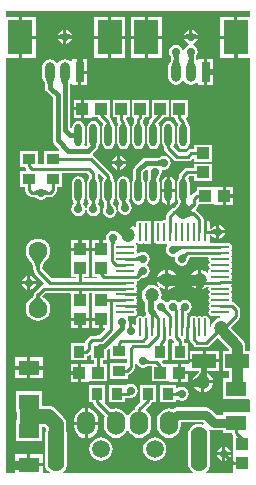
<source format=gtl>
%FSLAX44Y44*%
%MOMM*%
G71*
G01*
G75*
G04 Layer_Physical_Order=1*
G04 Layer_Color=255*
%ADD10C,0.2540*%
%ADD11C,0.3810*%
%ADD12C,0.5080*%
%ADD13R,0.9000X1.0000*%
%ADD14R,2.1000X3.0000*%
%ADD15R,0.8000X1.7000*%
%ADD16O,0.8000X1.7000*%
%ADD17R,1.0000X0.9000*%
%ADD18R,1.0000X1.0000*%
%ADD19O,0.6000X1.9000*%
%ADD20R,1.0000X1.0000*%
%ADD21R,1.8000X1.3000*%
%ADD22O,1.5500X0.2500*%
%ADD23O,0.2500X1.5500*%
%ADD24R,2.0000X1.2000*%
%ADD25C,0.7620*%
%ADD26C,1.2700*%
%ADD27C,0.8890*%
%ADD28C,1.6000*%
%ADD29O,1.4000X3.8000*%
%ADD30O,1.5240X2.0320*%
%ADD31C,1.5000*%
%ADD32C,0.7000*%
%ADD33C,1.2000*%
G36*
X22860Y39900D02*
X22860Y39900D01*
X22120Y40640D01*
X15240D01*
Y66040D01*
X22860D01*
Y39900D01*
D02*
G37*
G36*
X122604Y100494D02*
X122785Y100263D01*
X122986Y100060D01*
X123207Y99883D01*
X123449Y99734D01*
X123711Y99611D01*
X123994Y99516D01*
X124297Y99448D01*
X124620Y99408D01*
X124964Y99394D01*
X124197Y96854D01*
X123871Y96846D01*
X123232Y96780D01*
X122919Y96722D01*
X122610Y96648D01*
X122306Y96558D01*
X122006Y96451D01*
X121711Y96327D01*
X121133Y96031D01*
X122444Y100752D01*
X122604Y100494D01*
D02*
G37*
G36*
X209734Y390430D02*
X199165D01*
Y372890D01*
Y355350D01*
X209734D01*
Y107346D01*
X206209D01*
Y111760D01*
X205978Y113517D01*
X205299Y115154D01*
X204221Y116561D01*
X193777Y127004D01*
X193697Y127610D01*
X200684Y134596D01*
X200684Y134596D01*
X201155Y135301D01*
X201470Y135772D01*
X201746Y137160D01*
Y142240D01*
X201470Y143628D01*
X201155Y144099D01*
X200684Y144804D01*
X200684Y144804D01*
X197784Y147704D01*
X196607Y148490D01*
X195220Y148766D01*
X195104Y149985D01*
X195135Y150140D01*
X194861Y151520D01*
X194112Y152640D01*
X194861Y153760D01*
X195135Y155140D01*
X194861Y156520D01*
X194112Y157640D01*
X194861Y158760D01*
X195135Y160140D01*
X194861Y161520D01*
X194265Y162411D01*
X195100Y163661D01*
X195142Y163870D01*
X185030D01*
Y166410D01*
X195142D01*
X195100Y166619D01*
X194265Y167869D01*
X194861Y168760D01*
X195135Y170140D01*
X194861Y171520D01*
X194112Y172640D01*
X194861Y173760D01*
X195135Y175140D01*
X194861Y176520D01*
X194112Y177640D01*
X194861Y178760D01*
X195135Y180140D01*
X194861Y181520D01*
X194112Y182640D01*
X194861Y183760D01*
X195135Y185140D01*
X194861Y186520D01*
X194112Y187640D01*
X194861Y188760D01*
X195135Y190140D01*
X194861Y191520D01*
X194112Y192640D01*
X194861Y193760D01*
X195135Y195140D01*
X194861Y196520D01*
X194079Y197689D01*
X192910Y198471D01*
X191530Y198745D01*
X185133D01*
X185030Y198766D01*
X176432D01*
X175938Y199690D01*
X175875Y200036D01*
X176144Y201390D01*
Y205203D01*
X177414Y205588D01*
X178525Y203925D01*
X180523Y202591D01*
X181610Y202374D01*
Y208280D01*
Y214186D01*
X180523Y213969D01*
X178525Y212635D01*
X177414Y210972D01*
X176144Y211357D01*
Y214390D01*
X175850Y215869D01*
X175012Y217122D01*
X173759Y217960D01*
X173550Y218002D01*
Y207890D01*
X171010D01*
Y218735D01*
X170906Y218800D01*
X170630Y220187D01*
X169844Y221364D01*
X169844Y221364D01*
X165124Y226084D01*
X164706Y226363D01*
X164566Y227466D01*
X165124Y228526D01*
X164569Y227550D01*
X165141Y228558D01*
X165124Y228526D01*
X165154Y228579D01*
X165278Y228773D01*
X165859Y229676D01*
X165910Y229753D01*
X166186Y231140D01*
X166520Y231474D01*
X179530D01*
X179626Y231474D01*
X180800Y231242D01*
Y231220D01*
X187070D01*
Y238760D01*
Y246300D01*
X180800D01*
Y246278D01*
X180800D01*
X179626Y246046D01*
X179530Y246046D01*
X165054D01*
Y242376D01*
X163713Y242110D01*
X163241Y241795D01*
X162536Y241324D01*
X162536Y241324D01*
X160329Y239117D01*
X159059Y239588D01*
Y249700D01*
X158649Y251763D01*
X157481Y253511D01*
X158131Y254604D01*
X158602Y255074D01*
X162894D01*
Y251414D01*
X177466D01*
Y265986D01*
X162894D01*
Y262326D01*
X157100D01*
X157100Y262326D01*
X155712Y262050D01*
X154536Y261264D01*
X151106Y257834D01*
X150320Y256658D01*
X150044Y255270D01*
X150044Y255270D01*
Y253635D01*
X149859Y253511D01*
X148691Y251763D01*
X148280Y249700D01*
Y236700D01*
X148691Y234638D01*
X149278Y233758D01*
X149029Y232504D01*
X148477Y231677D01*
X147753Y230707D01*
X147663Y230573D01*
X147153Y229908D01*
X146432Y228969D01*
X145446Y228296D01*
X144663Y228140D01*
X143486Y227354D01*
X143486Y227354D01*
X139716Y223584D01*
X138930Y222407D01*
X138654Y221020D01*
X138654Y221020D01*
Y218723D01*
X137673Y217917D01*
X137280Y217995D01*
X135900Y217721D01*
X134780Y216972D01*
X133660Y217721D01*
X132280Y217995D01*
X130900Y217721D01*
X130009Y217125D01*
X128759Y217960D01*
X128550Y218002D01*
Y207890D01*
Y197778D01*
X128759Y197820D01*
X130009Y198655D01*
X130900Y198059D01*
X132280Y197785D01*
X133660Y198059D01*
X134780Y198808D01*
X135900Y198059D01*
X137280Y197785D01*
X138660Y198059D01*
X139043Y198315D01*
X139677Y198056D01*
X139921Y197704D01*
X140174Y196561D01*
X139330Y195298D01*
X138881Y193040D01*
X139330Y190782D01*
X140609Y188869D01*
X142522Y187590D01*
X144780Y187141D01*
X145807Y187345D01*
X146705Y186447D01*
X146501Y185420D01*
X146950Y183162D01*
X148229Y181248D01*
X150142Y179970D01*
X152400Y179521D01*
X154658Y179970D01*
X156572Y181248D01*
X157850Y183162D01*
X158299Y185420D01*
X159003Y186514D01*
X174197D01*
X175003Y185533D01*
X174925Y185140D01*
X175199Y183760D01*
X175948Y182640D01*
X175199Y181520D01*
X174925Y180140D01*
X175199Y178760D01*
X175948Y177640D01*
X175199Y176520D01*
X174925Y175140D01*
X175169Y173911D01*
X175148Y173875D01*
X173838Y173560D01*
X173628Y173834D01*
X171844Y175203D01*
X169766Y176063D01*
X168807Y176189D01*
Y167743D01*
Y159297D01*
X169766Y159423D01*
X171844Y160283D01*
X173466Y161528D01*
X173960Y161584D01*
X175010Y161368D01*
X175127Y161158D01*
X174925Y160140D01*
X175199Y158760D01*
X175948Y157640D01*
X175199Y156520D01*
X174925Y155140D01*
X175199Y153760D01*
X175948Y152640D01*
X175199Y151520D01*
X174925Y150140D01*
X175199Y148760D01*
X175948Y147640D01*
X175199Y146520D01*
X174925Y145140D01*
X175199Y143760D01*
X175948Y142640D01*
X175199Y141520D01*
X174925Y140140D01*
X175199Y138760D01*
X175981Y137591D01*
X177150Y136809D01*
X178530Y136535D01*
X184632D01*
X184716Y135265D01*
X183257Y135073D01*
X181241Y134238D01*
X179510Y132910D01*
X178182Y131179D01*
X177347Y129163D01*
X177155Y127704D01*
X175885Y127788D01*
Y133890D01*
X175611Y135270D01*
X174829Y136439D01*
X173660Y137221D01*
X172280Y137495D01*
X170900Y137221D01*
X169780Y136472D01*
X168660Y137221D01*
X167280Y137495D01*
X165900Y137221D01*
X164780Y136472D01*
X163660Y137221D01*
X162280Y137495D01*
X160900Y137221D01*
X160009Y136625D01*
X158759Y137460D01*
X157837Y137643D01*
X156940Y138732D01*
X156859Y138966D01*
X156938Y139278D01*
X157198Y139330D01*
X159111Y140609D01*
X160390Y142522D01*
X160839Y144780D01*
X160390Y147038D01*
X159111Y148952D01*
X157198Y150230D01*
X154940Y150679D01*
X152682Y150230D01*
X150768Y148952D01*
X150495Y148542D01*
X149225D01*
X148952Y148952D01*
X147038Y150230D01*
X144780Y150679D01*
X142522Y150230D01*
X140609Y148952D01*
X140335Y148542D01*
X139065D01*
X138792Y148952D01*
X136878Y150230D01*
X135506Y150503D01*
X134706Y151893D01*
X135073Y152777D01*
X135358Y154940D01*
X135073Y157103D01*
X134238Y159119D01*
X133398Y160214D01*
X134303Y161120D01*
X135393Y160283D01*
X137471Y159423D01*
X138430Y159297D01*
Y166473D01*
X131253D01*
X131380Y165514D01*
X132240Y163436D01*
X133121Y162288D01*
X132216Y161382D01*
X131179Y162178D01*
X129163Y163013D01*
X127000Y163298D01*
X124837Y163013D01*
X122821Y162178D01*
X121090Y160850D01*
X119762Y159119D01*
X118927Y157103D01*
X118643Y154940D01*
X118927Y152777D01*
X119762Y150761D01*
X121090Y149030D01*
X121373Y148813D01*
Y141331D01*
X121748Y139448D01*
X122249Y138698D01*
X121614Y137363D01*
X120900Y137221D01*
X119780Y136472D01*
X118660Y137221D01*
X117280Y137495D01*
X115900Y137221D01*
X114731Y136439D01*
X113949Y135270D01*
X113675Y133890D01*
Y130275D01*
X112405Y129596D01*
X111577Y130149D01*
X110490Y130366D01*
Y124460D01*
X107950D01*
Y130722D01*
X107349Y131323D01*
X107499Y132080D01*
X107050Y134338D01*
X106431Y135265D01*
X107110Y136535D01*
X111030D01*
X112410Y136809D01*
X113579Y137591D01*
X114361Y138760D01*
X114635Y140140D01*
X114361Y141520D01*
X113765Y142411D01*
X114600Y143661D01*
X114642Y143870D01*
X104530D01*
Y146410D01*
X114642D01*
X114600Y146619D01*
X113765Y147869D01*
X114361Y148760D01*
X114635Y150140D01*
X114361Y151520D01*
X113765Y152411D01*
X114600Y153661D01*
X114642Y153870D01*
X104530D01*
Y156410D01*
X114642D01*
X114600Y156619D01*
X113765Y157869D01*
X114361Y158760D01*
X114635Y160140D01*
X114361Y161520D01*
X113612Y162640D01*
X114361Y163760D01*
X114635Y165140D01*
X114361Y166520D01*
X114368Y166536D01*
X115647Y166790D01*
X116824Y167576D01*
X117239Y167991D01*
X117242Y167994D01*
X118154Y168873D01*
X118716Y169248D01*
X119331Y169370D01*
X119380Y169361D01*
X121638Y169810D01*
X123552Y171089D01*
X124830Y173002D01*
X125279Y175260D01*
X124830Y177518D01*
X123552Y179431D01*
X123142Y179705D01*
Y180975D01*
X123552Y181248D01*
X124830Y183162D01*
X125279Y185420D01*
X124830Y187678D01*
X123552Y189592D01*
X121638Y190870D01*
X119380Y191319D01*
X117122Y190870D01*
X115855Y190023D01*
X115708Y190037D01*
X114531Y190666D01*
X114361Y191520D01*
X113612Y192640D01*
X114361Y193760D01*
X114635Y195140D01*
X114361Y196520D01*
X113579Y197689D01*
X113616Y198804D01*
X114731Y198841D01*
X115900Y198059D01*
X117280Y197785D01*
X118660Y198059D01*
X119780Y198808D01*
X120900Y198059D01*
X122280Y197785D01*
X123660Y198059D01*
X124551Y198655D01*
X125801Y197820D01*
X126010Y197778D01*
Y207890D01*
Y218002D01*
X125801Y217960D01*
X124551Y217125D01*
X123660Y217721D01*
X122280Y217995D01*
X120900Y217721D01*
X119780Y216972D01*
X118660Y217721D01*
X117280Y217995D01*
X115900Y217721D01*
X114731Y216939D01*
X113949Y215770D01*
X113675Y214390D01*
Y212612D01*
X112405Y212112D01*
X110987Y213200D01*
X108909Y214060D01*
X107950Y214186D01*
Y205740D01*
X105410D01*
Y214186D01*
X104451Y214060D01*
X102373Y213200D01*
X100589Y211831D01*
X99220Y210047D01*
X98616Y208588D01*
X97298Y208061D01*
X97093Y208079D01*
X96238Y208650D01*
X93980Y209099D01*
X91722Y208650D01*
X89809Y207372D01*
X88530Y205458D01*
X88081Y203200D01*
X88331Y201942D01*
X87525Y200960D01*
X85090D01*
Y193420D01*
X83820D01*
Y192150D01*
X76280D01*
Y185880D01*
X76302D01*
X76534Y184706D01*
X76534Y184706D01*
X76534Y184706D01*
Y170134D01*
X80180D01*
X80245Y170036D01*
X79566Y168766D01*
X69666D01*
Y170134D01*
X73326D01*
Y184610D01*
X73326Y184706D01*
X73558Y185880D01*
X73580D01*
Y192150D01*
X58500D01*
Y185880D01*
X58522D01*
Y185880D01*
X58754Y184706D01*
X58754Y184610D01*
Y170134D01*
X62414D01*
Y168766D01*
X42102D01*
X34173Y176694D01*
X34486Y179072D01*
X35752Y182129D01*
X37603Y184540D01*
X37816Y184704D01*
X39465Y186853D01*
X40501Y189355D01*
X40855Y192040D01*
X40501Y194725D01*
X39465Y197227D01*
X37816Y199376D01*
X35667Y201025D01*
X33165Y202061D01*
X30480Y202415D01*
X27795Y202061D01*
X25293Y201025D01*
X23144Y199376D01*
X21495Y197227D01*
X20459Y194725D01*
X20105Y192040D01*
X20459Y189355D01*
X21495Y186853D01*
X23144Y184704D01*
X23357Y184540D01*
X25208Y182129D01*
X26474Y179072D01*
X26743Y177027D01*
X26828Y175792D01*
X26854Y175260D01*
X26988Y174589D01*
X27130Y173873D01*
X27916Y172696D01*
X35643Y164969D01*
X35155Y163661D01*
X34293Y163490D01*
X33116Y162704D01*
X33116Y162704D01*
X27916Y157504D01*
X27130Y156327D01*
X27086Y156106D01*
X26835Y154940D01*
X26834D01*
X26623Y153757D01*
X26616Y153722D01*
X25926Y152689D01*
X25248Y152236D01*
X25266Y152205D01*
X23144Y150576D01*
X21495Y148427D01*
X20459Y145925D01*
X20105Y143240D01*
X20459Y140555D01*
X21495Y138053D01*
X23144Y135904D01*
X25293Y134255D01*
X27795Y133219D01*
X30480Y132865D01*
X33165Y133219D01*
X35667Y134255D01*
X37816Y135904D01*
X39465Y138053D01*
X40501Y140555D01*
X40855Y143240D01*
X40501Y145925D01*
X39465Y148427D01*
X37816Y150576D01*
X35694Y152205D01*
X35712Y152236D01*
X35034Y152689D01*
X34362Y153695D01*
X37182Y156514D01*
X57856D01*
X58754Y155616D01*
Y143050D01*
X58754Y142954D01*
X58522Y141780D01*
X58500D01*
Y135510D01*
X73580D01*
Y141780D01*
X73558D01*
Y141780D01*
X73326Y142954D01*
X73326Y143050D01*
Y156514D01*
X76534D01*
Y142954D01*
X76534Y142954D01*
X76534D01*
X76534Y142954D01*
X76302Y141780D01*
X76280D01*
Y135510D01*
X83820D01*
Y134240D01*
X85090D01*
Y126700D01*
X86893D01*
X87379Y125527D01*
X82318Y120466D01*
X76200D01*
X74812Y120190D01*
X74341Y119875D01*
X73636Y119404D01*
X73636Y119404D01*
X71096Y116864D01*
X70310Y115688D01*
X70034Y114300D01*
X68846Y113966D01*
X58374D01*
Y99394D01*
X71946D01*
Y103219D01*
X72508Y103330D01*
X73684Y104116D01*
X74201Y104633D01*
X75374Y104147D01*
Y99394D01*
X78034D01*
Y97084D01*
X77136Y96186D01*
X74470D01*
X74374Y96186D01*
X73200Y96418D01*
Y96440D01*
X66930D01*
Y88900D01*
Y81360D01*
X73200D01*
Y81382D01*
X73200D01*
X74374Y81614D01*
X74470Y81614D01*
X88946D01*
Y96186D01*
X85286D01*
Y99394D01*
X88946D01*
Y108252D01*
X89104Y108357D01*
X90601Y109855D01*
X91774Y109368D01*
Y100774D01*
X105594D01*
Y97346D01*
X91774D01*
Y83774D01*
X106346D01*
Y87043D01*
X107188Y87210D01*
X108364Y87996D01*
X111784Y91416D01*
X111784Y91416D01*
X112255Y92121D01*
X112570Y92592D01*
X112846Y93980D01*
X112846Y93980D01*
Y96238D01*
X114116Y96524D01*
X115209Y94888D01*
X117122Y93610D01*
X119380Y93161D01*
X121638Y93610D01*
X122128Y93937D01*
X122197Y93957D01*
X122694Y94212D01*
X122848Y94276D01*
X123031Y94341D01*
X123215Y94396D01*
X123402Y94441D01*
X123563Y94471D01*
X123829Y94498D01*
X126954D01*
Y81614D01*
X141430D01*
X141526Y81614D01*
X142700Y81382D01*
Y81360D01*
X148970D01*
Y88900D01*
Y96440D01*
X142700D01*
Y96418D01*
X142700D01*
X141526Y96186D01*
X141430Y96186D01*
X137297D01*
X136804Y96924D01*
X136804Y96924D01*
X135507Y98221D01*
X135993Y99394D01*
X140526D01*
Y112724D01*
X140526Y113966D01*
X140526Y113966D01*
X140411Y115168D01*
X140409Y115188D01*
X140405Y115236D01*
X140630Y115573D01*
X140906Y116960D01*
X142072Y117326D01*
X142280Y117285D01*
X143660Y117559D01*
X144620Y116673D01*
X144716Y116530D01*
X146010Y115236D01*
X145484Y113966D01*
X143954D01*
Y99394D01*
X157526D01*
Y113966D01*
X154366D01*
Y115633D01*
X154366Y115633D01*
X154109Y116923D01*
X154325Y117197D01*
X155107Y117783D01*
X155801Y117320D01*
X156010Y117278D01*
Y127390D01*
X158550D01*
Y117115D01*
X158654Y117120D01*
X158930Y115732D01*
X159716Y114556D01*
X162536Y111736D01*
X162536Y111736D01*
X163713Y110950D01*
X165100Y110674D01*
X165100Y110674D01*
X172720D01*
X172720Y110674D01*
X174107Y110950D01*
X175284Y111736D01*
X181928Y118381D01*
X183198D01*
X192631Y108948D01*
Y107346D01*
X187134D01*
Y90774D01*
X192631D01*
Y84246D01*
X186834D01*
Y66674D01*
X209406D01*
X209734Y65540D01*
Y56380D01*
X209406Y55246D01*
X186834D01*
Y52675D01*
X182174D01*
X177115Y57735D01*
X175099Y59082D01*
X174704Y59161D01*
X172720Y59555D01*
X148463D01*
X146084Y59082D01*
X144650Y58124D01*
X143937Y58419D01*
X141351Y58759D01*
X138765Y58419D01*
X136355Y57421D01*
X134286Y55833D01*
X132698Y53764D01*
X131700Y51354D01*
X131360Y48768D01*
Y43688D01*
X131700Y41102D01*
X132698Y38692D01*
X134286Y36623D01*
X136355Y35035D01*
X138765Y34037D01*
X141351Y33696D01*
X143937Y34037D01*
X146347Y35035D01*
X148416Y36623D01*
X150004Y38692D01*
X151002Y41102D01*
X151342Y43688D01*
Y47125D01*
X170145D01*
X171196Y46073D01*
X170477Y44997D01*
X169429Y45431D01*
X167005Y45750D01*
X164581Y45431D01*
X162322Y44495D01*
X160382Y43007D01*
X158894Y41067D01*
X157958Y38808D01*
X157639Y36384D01*
Y12384D01*
X157958Y9960D01*
X158894Y7701D01*
X160382Y5761D01*
X161510Y4896D01*
X161079Y3626D01*
X51773D01*
X51342Y4896D01*
X52470Y5761D01*
X53958Y7701D01*
X54894Y9960D01*
X55213Y12384D01*
Y36384D01*
X54894Y38808D01*
X54557Y39620D01*
Y45593D01*
X54261Y47847D01*
X53390Y49948D01*
X52006Y51752D01*
X45529Y58229D01*
X43725Y59614D01*
X41624Y60484D01*
X39370Y60781D01*
X34146D01*
Y73026D01*
X11574D01*
Y55454D01*
X12909D01*
Y48686D01*
X11574D01*
Y31114D01*
X34146D01*
Y43359D01*
X35762D01*
X37136Y41985D01*
Y39620D01*
X36800Y38808D01*
X36481Y36384D01*
Y12384D01*
X36800Y9960D01*
X37736Y7701D01*
X39224Y5761D01*
X40352Y4896D01*
X39921Y3626D01*
X34400D01*
Y9630D01*
X11320D01*
Y3626D01*
X3626D01*
Y355350D01*
X14195D01*
Y372890D01*
Y390430D01*
X3626D01*
Y395154D01*
X209734D01*
Y390430D01*
D02*
G37*
G36*
X177221Y40718D02*
X177616Y40639D01*
X179600Y40245D01*
X186834D01*
Y37674D01*
X194579D01*
X194770Y36713D01*
X195556Y35536D01*
X195914Y35178D01*
Y21034D01*
X195914Y21034D01*
X195914D01*
X195914Y21034D01*
X195682Y19860D01*
X195660D01*
Y13590D01*
X203200D01*
Y11050D01*
X195660D01*
Y4780D01*
X195660Y4780D01*
X195660D01*
X195660Y4780D01*
X195381Y3626D01*
X172931D01*
X172500Y4896D01*
X173628Y5761D01*
X175116Y7701D01*
X176052Y9960D01*
X176371Y12384D01*
Y36384D01*
X176052Y38808D01*
X175386Y40417D01*
X176411Y41259D01*
X177221Y40718D01*
D02*
G37*
%LPC*%
G36*
X73580Y132970D02*
X67310D01*
Y126700D01*
X73580D01*
Y132970D01*
D02*
G37*
G36*
X82550D02*
X76280D01*
Y126700D01*
X82550D01*
Y132970D01*
D02*
G37*
G36*
X21590Y163830D02*
X16954D01*
X17170Y162743D01*
X18505Y160745D01*
X20503Y159410D01*
X21590Y159194D01*
Y163830D01*
D02*
G37*
G36*
X64770Y132970D02*
X58500D01*
Y126700D01*
X64770D01*
Y132970D01*
D02*
G37*
G36*
X21590Y102280D02*
X11320D01*
Y94510D01*
X21590D01*
Y102280D01*
D02*
G37*
G36*
X64390Y96440D02*
X58120D01*
Y90170D01*
X64390D01*
Y96440D01*
D02*
G37*
G36*
X34400Y102280D02*
X24130D01*
Y94510D01*
X34400D01*
Y102280D01*
D02*
G37*
G36*
X183960Y107600D02*
X172690D01*
Y100330D01*
X183960D01*
Y107600D01*
D02*
G37*
G36*
X170150D02*
X158880D01*
Y100330D01*
X170150D01*
Y107600D01*
D02*
G37*
G36*
X28766Y163830D02*
X24130D01*
Y159194D01*
X25217Y159410D01*
X27215Y160745D01*
X28549Y162743D01*
X28766Y163830D01*
D02*
G37*
G36*
X166267Y176189D02*
X165308Y176063D01*
X163230Y175203D01*
X161446Y173834D01*
X160077Y172050D01*
X159217Y169972D01*
X159090Y169013D01*
X166267D01*
Y176189D01*
D02*
G37*
G36*
X140970D02*
Y169013D01*
X148146D01*
X148020Y169972D01*
X147160Y172050D01*
X145791Y173834D01*
X144007Y175203D01*
X141929Y176063D01*
X140970Y176189D01*
D02*
G37*
G36*
X82550Y200960D02*
X76280D01*
Y194690D01*
X82550D01*
Y200960D01*
D02*
G37*
G36*
X73580Y200960D02*
X67310D01*
Y194690D01*
X73580D01*
Y200960D01*
D02*
G37*
G36*
X64770D02*
X58500D01*
Y194690D01*
X64770D01*
Y200960D01*
D02*
G37*
G36*
X166267Y166473D02*
X159090D01*
X159217Y165514D01*
X160077Y163436D01*
X161446Y161652D01*
X163230Y160283D01*
X165308Y159423D01*
X166267Y159297D01*
Y166473D01*
D02*
G37*
G36*
X148146D02*
X140970D01*
Y159297D01*
X141929Y159423D01*
X144007Y160283D01*
X145791Y161652D01*
X147160Y163436D01*
X148020Y165514D01*
X148146Y166473D01*
D02*
G37*
G36*
X21590Y171006D02*
X20503Y170790D01*
X18505Y169455D01*
X17170Y167457D01*
X16954Y166370D01*
X21590D01*
Y171006D01*
D02*
G37*
G36*
X138430Y176189D02*
X137471Y176063D01*
X135393Y175203D01*
X133609Y173834D01*
X132240Y172050D01*
X131380Y169972D01*
X131253Y169013D01*
X138430D01*
Y176189D01*
D02*
G37*
G36*
X24130Y171006D02*
Y166370D01*
X28766D01*
X28549Y167457D01*
X27215Y169455D01*
X25217Y170790D01*
X24130Y171006D01*
D02*
G37*
G36*
X189230Y26226D02*
Y21590D01*
X193866D01*
X193650Y22677D01*
X192315Y24675D01*
X190317Y26010D01*
X189230Y26226D01*
D02*
G37*
G36*
X186690D02*
X185603Y26010D01*
X183605Y24675D01*
X182271Y22677D01*
X182054Y21590D01*
X186690D01*
Y26226D01*
D02*
G37*
G36*
X81749Y44958D02*
X72771D01*
Y33607D01*
X74153Y33790D01*
X76625Y34813D01*
X78747Y36442D01*
X80376Y38564D01*
X81399Y41036D01*
X81749Y43688D01*
Y44958D01*
D02*
G37*
G36*
X70231Y58849D02*
X68849Y58667D01*
X66377Y57643D01*
X64255Y56014D01*
X62626Y53892D01*
X61603Y51420D01*
X61253Y48768D01*
Y47498D01*
X61335D01*
X61823Y47511D01*
X62260Y47549D01*
X62646Y47612D01*
X62980Y47701D01*
X63263Y47815D01*
X63494Y47955D01*
X63674Y48120D01*
X63802Y48311D01*
X63879Y48527D01*
X63905Y48768D01*
X63905Y47498D01*
X70231D01*
Y58849D01*
D02*
G37*
G36*
Y44958D02*
X63905D01*
X63905Y43691D01*
X63879Y43932D01*
X63802Y44147D01*
X63674Y44337D01*
X63494Y44502D01*
X63263Y44641D01*
X62980Y44755D01*
X62646Y44844D01*
X62260Y44907D01*
X61823Y44945D01*
X61335Y44958D01*
X61253D01*
Y43688D01*
X61603Y41036D01*
X62626Y38564D01*
X64255Y36442D01*
X66377Y34813D01*
X68849Y33790D01*
X70231Y33607D01*
Y44958D01*
D02*
G37*
G36*
X129413Y34254D02*
X126858Y33918D01*
X124478Y32932D01*
X122434Y31363D01*
X120865Y29319D01*
X119879Y26939D01*
X119543Y24384D01*
X119879Y21829D01*
X120865Y19449D01*
X122434Y17405D01*
X124478Y15836D01*
X126858Y14850D01*
X129413Y14514D01*
X131968Y14850D01*
X134348Y15836D01*
X136392Y17405D01*
X137961Y19449D01*
X138947Y21829D01*
X139283Y24384D01*
X138947Y26939D01*
X137961Y29319D01*
X136392Y31363D01*
X134348Y32932D01*
X131968Y33918D01*
X129413Y34254D01*
D02*
G37*
G36*
X34400Y19940D02*
X24130D01*
Y12170D01*
X34400D01*
Y19940D01*
D02*
G37*
G36*
X21590D02*
X11320D01*
Y12170D01*
X21590D01*
Y19940D01*
D02*
G37*
G36*
X186690Y19050D02*
X182054D01*
X182271Y17963D01*
X183605Y15965D01*
X185603Y14631D01*
X186690Y14414D01*
Y19050D01*
D02*
G37*
G36*
X83947Y34254D02*
X81392Y33918D01*
X79012Y32932D01*
X76968Y31363D01*
X75399Y29319D01*
X74413Y26939D01*
X74077Y24384D01*
X74413Y21829D01*
X75399Y19449D01*
X76968Y17405D01*
X79012Y15836D01*
X81392Y14850D01*
X83947Y14514D01*
X86502Y14850D01*
X88882Y15836D01*
X90927Y17405D01*
X92495Y19449D01*
X93481Y21829D01*
X93817Y24384D01*
X93481Y26939D01*
X92495Y29319D01*
X90927Y31363D01*
X88882Y32932D01*
X86502Y33918D01*
X83947Y34254D01*
D02*
G37*
G36*
X193866Y19050D02*
X189230D01*
Y14414D01*
X190317Y14631D01*
X192315Y15965D01*
X193650Y17963D01*
X193866Y19050D01*
D02*
G37*
G36*
X157780Y87630D02*
X151510D01*
Y81360D01*
X157780D01*
Y87630D01*
D02*
G37*
G36*
X64390D02*
X58120D01*
Y81360D01*
X64390D01*
Y87630D01*
D02*
G37*
G36*
X183960Y97790D02*
X158880D01*
Y96850D01*
X157780Y96440D01*
X157610Y96440D01*
X151510D01*
Y90170D01*
X157942D01*
X158880Y90520D01*
X159050Y90520D01*
X166853D01*
X167105Y89250D01*
X165873Y88740D01*
X164089Y87371D01*
X162720Y85587D01*
X161860Y83509D01*
X161733Y82550D01*
X178626D01*
X178500Y83509D01*
X177640Y85587D01*
X176271Y87371D01*
X174487Y88740D01*
X173255Y89250D01*
X173507Y90520D01*
X183960D01*
Y97790D01*
D02*
G37*
G36*
X34400Y91970D02*
X24130D01*
Y84200D01*
X34400D01*
Y91970D01*
D02*
G37*
G36*
X21590D02*
X11320D01*
Y84200D01*
X21590D01*
Y91970D01*
D02*
G37*
G36*
X109220Y79559D02*
X106962Y79110D01*
X105456Y78104D01*
X104186Y78406D01*
Y78406D01*
X104186Y78406D01*
X90614D01*
Y63834D01*
X104186D01*
Y67494D01*
X106680D01*
X106680Y67494D01*
X108068Y67770D01*
X108321Y67940D01*
X109220Y67761D01*
X111478Y68210D01*
X113392Y69489D01*
X114670Y71402D01*
X115119Y73660D01*
X114670Y75918D01*
X113392Y77832D01*
X111478Y79110D01*
X109220Y79559D01*
D02*
G37*
G36*
X130366Y78406D02*
X116794D01*
Y63834D01*
X116794Y63834D01*
X116794D01*
X116147Y62854D01*
X113895Y60603D01*
X113109Y59426D01*
X112833Y58039D01*
X112833Y58039D01*
Y57988D01*
X111463Y57421D01*
X109394Y55833D01*
X107806Y53764D01*
X107113Y52091D01*
X105739D01*
X105046Y53764D01*
X103458Y55833D01*
X101389Y57421D01*
X98979Y58419D01*
X96393Y58759D01*
X93807Y58419D01*
X92177Y57744D01*
X92085Y57822D01*
X87286Y62621D01*
X87186Y63834D01*
X87186D01*
X87186Y63834D01*
Y78406D01*
X73614D01*
Y63834D01*
X76883D01*
X77050Y62993D01*
X77836Y61816D01*
X87008Y52645D01*
X87119Y52516D01*
X87186Y52426D01*
X86742Y51354D01*
X86402Y48768D01*
Y43688D01*
X86742Y41102D01*
X87740Y38692D01*
X89328Y36623D01*
X91397Y35035D01*
X93807Y34037D01*
X96393Y33696D01*
X98979Y34037D01*
X101389Y35035D01*
X103458Y36623D01*
X105046Y38692D01*
X105739Y40365D01*
X107113D01*
X107806Y38692D01*
X109394Y36623D01*
X111463Y35035D01*
X113873Y34037D01*
X116459Y33696D01*
X119045Y34037D01*
X121455Y35035D01*
X123524Y36623D01*
X125112Y38692D01*
X126110Y41102D01*
X126451Y43688D01*
Y48768D01*
X126110Y51354D01*
X125112Y53764D01*
X123524Y55833D01*
X122196Y56852D01*
X122029Y58482D01*
X126144Y62596D01*
X126144Y62596D01*
X126615Y63301D01*
X126930Y63773D01*
X126942Y63834D01*
X130366D01*
Y78406D01*
D02*
G37*
G36*
X72771Y58849D02*
Y47498D01*
X81749D01*
Y48768D01*
X81399Y51420D01*
X80376Y53892D01*
X78747Y56014D01*
X76625Y57643D01*
X74153Y58667D01*
X72771Y58849D01*
D02*
G37*
G36*
X147366Y78406D02*
X133794D01*
Y63834D01*
X147366D01*
Y66114D01*
X147392Y66139D01*
X148636Y66676D01*
X150142Y65670D01*
X152400Y65221D01*
X154658Y65670D01*
X156572Y66948D01*
X157850Y68862D01*
X158299Y71120D01*
X157850Y73378D01*
X156572Y75292D01*
X154658Y76570D01*
X152400Y77019D01*
X150142Y76570D01*
X148636Y75564D01*
X147392Y76101D01*
X147366Y76126D01*
Y78406D01*
D02*
G37*
G36*
X178626Y80010D02*
X171450D01*
Y72833D01*
X172409Y72960D01*
X174487Y73820D01*
X176271Y75189D01*
X177640Y76973D01*
X178500Y79051D01*
X178626Y80010D01*
D02*
G37*
G36*
X168910D02*
X161733D01*
X161860Y79051D01*
X162720Y76973D01*
X164089Y75189D01*
X165873Y73820D01*
X167951Y72960D01*
X168910Y72833D01*
Y80010D01*
D02*
G37*
G36*
X188786Y207010D02*
X184150D01*
Y202374D01*
X185237Y202591D01*
X187235Y203925D01*
X188570Y205923D01*
X188786Y207010D01*
D02*
G37*
G36*
X135185Y371620D02*
X123415D01*
Y355350D01*
X135185D01*
Y371620D01*
D02*
G37*
G36*
X120875D02*
X109105D01*
Y355350D01*
X120875D01*
Y371620D01*
D02*
G37*
G36*
X196625D02*
X184855D01*
Y355350D01*
X196625D01*
Y371620D01*
D02*
G37*
G36*
X52070Y372110D02*
X47434D01*
X47650Y371023D01*
X48985Y369025D01*
X50983Y367691D01*
X52070Y367474D01*
Y372110D01*
D02*
G37*
G36*
X165926D02*
X154114D01*
X154331Y371023D01*
X155665Y369025D01*
X157663Y367691D01*
X158380Y367548D01*
Y366253D01*
X157762Y366130D01*
X155849Y364851D01*
X154570Y362938D01*
X154317Y361669D01*
X153023D01*
X152770Y362938D01*
X151491Y364851D01*
X149578Y366130D01*
X147320Y366579D01*
X145062Y366130D01*
X143148Y364851D01*
X141870Y362938D01*
X141421Y360680D01*
X141870Y358422D01*
X143011Y356714D01*
X143047Y356628D01*
Y352767D01*
X143042D01*
X142913Y352455D01*
X142863Y352422D01*
X141474Y350343D01*
X140986Y347890D01*
Y338890D01*
X141474Y336437D01*
X142863Y334358D01*
X144942Y332969D01*
X147395Y332481D01*
X149848Y332969D01*
X151927Y334358D01*
X152901Y335816D01*
X154389D01*
X155363Y334358D01*
X157442Y332969D01*
X159895Y332481D01*
X162348Y332969D01*
X164427Y334358D01*
X164585Y334595D01*
X165855Y334209D01*
Y332350D01*
X171125D01*
Y343390D01*
Y354430D01*
X165855D01*
Y353746D01*
X164733Y353084D01*
X164585Y353085D01*
X164294Y353423D01*
X164293Y354463D01*
Y356628D01*
X164329Y356714D01*
X165470Y358422D01*
X165919Y360680D01*
X165470Y362938D01*
X164191Y364851D01*
X162278Y366130D01*
X161660Y366253D01*
Y367548D01*
X162377Y367691D01*
X164375Y369025D01*
X165709Y371023D01*
X165926Y372110D01*
D02*
G37*
G36*
X104255Y371620D02*
X92485D01*
Y355350D01*
X104255D01*
Y371620D01*
D02*
G37*
G36*
X178935Y354430D02*
X173665D01*
Y344660D01*
X178935D01*
Y354430D01*
D02*
G37*
G36*
X72255D02*
X66985D01*
Y344660D01*
X72255D01*
Y354430D01*
D02*
G37*
G36*
X64445D02*
X59175D01*
Y352571D01*
X57905Y352185D01*
X57747Y352422D01*
X55668Y353811D01*
X53215Y354299D01*
X50762Y353811D01*
X48683Y352422D01*
X47709Y350964D01*
X46221D01*
X45247Y352422D01*
X43168Y353811D01*
X40715Y354299D01*
X38262Y353811D01*
X36183Y352422D01*
X34794Y350343D01*
X34306Y347890D01*
Y338890D01*
X34794Y336437D01*
X36183Y334358D01*
X36233Y334325D01*
X36362Y334013D01*
X36367D01*
Y330200D01*
X36692Y328565D01*
X37618Y327178D01*
X42846Y321951D01*
Y285621D01*
X43171Y283986D01*
X44097Y282600D01*
X48618Y278079D01*
X48132Y276906D01*
X35894D01*
Y265246D01*
X30146D01*
Y276906D01*
X15574D01*
Y263334D01*
X19399D01*
X19510Y262773D01*
X20296Y261596D01*
X20813Y261079D01*
X20327Y259906D01*
X15574D01*
Y246334D01*
X19234D01*
Y243840D01*
X19234Y243840D01*
X19510Y242453D01*
X20296Y241276D01*
X22836Y238736D01*
X22836Y238736D01*
X23541Y238265D01*
X24012Y237950D01*
X25400Y237674D01*
X27636D01*
Y237667D01*
Y237650D01*
X28300Y237518D01*
X28821Y237171D01*
X28849Y237129D01*
X30762Y235850D01*
X33020Y235401D01*
X35278Y235850D01*
X37192Y237129D01*
X37220Y237171D01*
X37740Y237518D01*
X38404Y237650D01*
Y237667D01*
Y237674D01*
X40640D01*
X40640Y237674D01*
X42028Y237950D01*
X43204Y238736D01*
X45744Y241276D01*
X45744Y241276D01*
X46215Y241981D01*
X46530Y242453D01*
X46806Y243840D01*
Y246334D01*
X50466D01*
Y257994D01*
X72158D01*
X73844Y256308D01*
Y253635D01*
X73659Y253511D01*
X72491Y251763D01*
X72080Y249700D01*
Y236700D01*
X72491Y234638D01*
X73121Y233694D01*
X73659Y232889D01*
X73659Y232889D01*
X73820Y232714D01*
X73688Y232050D01*
X73341Y231530D01*
X73299Y231502D01*
X72020Y229588D01*
X71767Y228319D01*
X70473D01*
X70220Y229588D01*
X68941Y231502D01*
X68899Y231530D01*
X68552Y232050D01*
X68420Y232714D01*
X68581Y232889D01*
X68581Y232889D01*
X69119Y233694D01*
X69749Y234638D01*
X70160Y236700D01*
Y249700D01*
X69749Y251763D01*
X68581Y253511D01*
X66832Y254679D01*
X64770Y255089D01*
X62708Y254679D01*
X60959Y253511D01*
X59791Y251763D01*
X59380Y249700D01*
Y236700D01*
X59791Y234638D01*
X60421Y233694D01*
X60959Y232889D01*
X60959Y232889D01*
X61120Y232714D01*
X60988Y232050D01*
X60641Y231530D01*
X60599Y231502D01*
X59320Y229588D01*
X58871Y227330D01*
X59320Y225072D01*
X60599Y223158D01*
X62512Y221880D01*
X64770Y221431D01*
X67028Y221880D01*
X68941Y223158D01*
X70220Y225072D01*
X70473Y226341D01*
X71767D01*
X72020Y225072D01*
X73299Y223158D01*
X75212Y221880D01*
X77470Y221431D01*
X79728Y221880D01*
X81642Y223158D01*
X82920Y225072D01*
X83369Y227330D01*
X82920Y229588D01*
X81642Y231502D01*
X81600Y231530D01*
X81252Y232050D01*
X81120Y232714D01*
X81281Y232889D01*
X81281Y232889D01*
X81819Y233694D01*
X82449Y234638D01*
X82859Y236700D01*
Y249700D01*
X82449Y251763D01*
X81281Y253511D01*
X81096Y253635D01*
Y257421D01*
X82098Y257953D01*
X82327Y257986D01*
X85709Y254604D01*
X86359Y253511D01*
X85191Y251763D01*
X84781Y249700D01*
Y236700D01*
X85191Y234638D01*
X86359Y232889D01*
X86544Y232765D01*
Y229148D01*
X85990Y228318D01*
X85541Y226060D01*
X85990Y223802D01*
X87268Y221889D01*
X89182Y220610D01*
X91440Y220161D01*
X93698Y220610D01*
X95611Y221889D01*
X96890Y223802D01*
X97339Y226060D01*
X96890Y228318D01*
X95611Y230231D01*
X95389Y230380D01*
X94203Y232154D01*
X94040Y232977D01*
X95149Y234638D01*
X95560Y236700D01*
Y249700D01*
X95149Y251763D01*
X93981Y253511D01*
X93796Y253635D01*
Y255270D01*
X93796Y255270D01*
X93520Y256658D01*
X92734Y257834D01*
X92734Y257834D01*
X77884Y272684D01*
X77547Y272908D01*
X77376Y274533D01*
X80492Y277648D01*
X81418Y279035D01*
X81718Y280543D01*
X82449Y281637D01*
X82859Y283700D01*
Y296700D01*
X82449Y298762D01*
X81281Y300511D01*
X79532Y301679D01*
X77470Y302090D01*
X75408Y301679D01*
X73659Y300511D01*
X72491Y298762D01*
X72080Y296700D01*
Y283700D01*
X72427Y281956D01*
X71540Y281005D01*
X70595Y281083D01*
X69852Y282155D01*
X70160Y283700D01*
Y296700D01*
X69749Y298762D01*
X68581Y300511D01*
X66832Y301679D01*
X64770Y302090D01*
X62708Y301679D01*
X60959Y300511D01*
X59791Y298762D01*
X59395Y296771D01*
X59116Y296603D01*
X58135Y296242D01*
X57488Y296756D01*
Y333419D01*
X57905Y333810D01*
X59175Y333259D01*
Y332350D01*
X64445D01*
Y343390D01*
Y354430D01*
D02*
G37*
G36*
X89945Y371620D02*
X78175D01*
Y355350D01*
X89945D01*
Y371620D01*
D02*
G37*
G36*
X28505D02*
X16735D01*
Y355350D01*
X28505D01*
Y371620D01*
D02*
G37*
G36*
X52070Y379286D02*
X50983Y379070D01*
X48985Y377735D01*
X47650Y375737D01*
X47434Y374650D01*
X52070D01*
Y379286D01*
D02*
G37*
G36*
X196625Y390430D02*
X184855D01*
Y374160D01*
X196625D01*
Y390430D01*
D02*
G37*
G36*
X54610Y379286D02*
Y374650D01*
X59246D01*
X59029Y375737D01*
X57695Y377735D01*
X55697Y379070D01*
X54610Y379286D01*
D02*
G37*
G36*
X161290D02*
Y374650D01*
X165926D01*
X165709Y375737D01*
X164375Y377735D01*
X162377Y379070D01*
X161290Y379286D01*
D02*
G37*
G36*
X158750D02*
X157663Y379070D01*
X155665Y377735D01*
X154331Y375737D01*
X154114Y374650D01*
X158750D01*
Y379286D01*
D02*
G37*
G36*
X135185Y390430D02*
X123415D01*
Y374160D01*
X135185D01*
Y390430D01*
D02*
G37*
G36*
X28505D02*
X16735D01*
Y374160D01*
X28505D01*
Y390430D01*
D02*
G37*
G36*
X59246Y372110D02*
X54610D01*
Y367474D01*
X55697Y367691D01*
X57695Y369025D01*
X59029Y371023D01*
X59246Y372110D01*
D02*
G37*
G36*
X89945Y390430D02*
X78175D01*
Y374160D01*
X89945D01*
Y390430D01*
D02*
G37*
G36*
X120875D02*
X109105D01*
Y374160D01*
X120875D01*
Y390430D01*
D02*
G37*
G36*
X104255D02*
X92485D01*
Y374160D01*
X104255D01*
Y390430D01*
D02*
G37*
G36*
X178935Y342120D02*
X173665D01*
Y332350D01*
X178935D01*
Y342120D01*
D02*
G37*
G36*
X97790Y265430D02*
X93154D01*
X93371Y264343D01*
X94705Y262345D01*
X96703Y261010D01*
X97790Y260794D01*
Y265430D01*
D02*
G37*
G36*
X142240Y255096D02*
Y244470D01*
X146618D01*
Y249700D01*
X146189Y251862D01*
X144964Y253694D01*
X143132Y254918D01*
X142240Y255096D01*
D02*
G37*
G36*
X139700D02*
X138808Y254918D01*
X136976Y253694D01*
X135751Y251862D01*
X135322Y249700D01*
Y244470D01*
X139700D01*
Y255096D01*
D02*
G37*
G36*
X97790Y272606D02*
X96703Y272390D01*
X94705Y271055D01*
X93371Y269057D01*
X93154Y267970D01*
X97790D01*
Y272606D01*
D02*
G37*
G36*
X140970Y302090D02*
X138907Y301679D01*
X137159Y300511D01*
X135991Y298762D01*
X135581Y296700D01*
Y283700D01*
X135991Y281637D01*
X137159Y279889D01*
X137344Y279765D01*
Y278890D01*
X137344Y278890D01*
X137620Y277502D01*
X138406Y276326D01*
X145516Y269216D01*
X145516Y269216D01*
X146692Y268430D01*
X148080Y268154D01*
X148080Y268154D01*
X157480D01*
X157480Y268154D01*
X158868Y268430D01*
X160044Y269216D01*
X161624Y270797D01*
X162894Y270404D01*
Y267414D01*
X177466D01*
Y281986D01*
X162894D01*
Y278326D01*
X160400D01*
X160400Y278326D01*
X159012Y278050D01*
X157836Y277264D01*
X155978Y275406D01*
X149582D01*
X144908Y280079D01*
X145949Y281637D01*
X146360Y283700D01*
Y296700D01*
X145949Y298762D01*
X144781Y300511D01*
X143033Y301679D01*
X140970Y302090D01*
D02*
G37*
G36*
X104966Y265430D02*
X100330D01*
Y260794D01*
X101417Y261010D01*
X103415Y262345D01*
X104749Y264343D01*
X104966Y265430D01*
D02*
G37*
G36*
X195880Y237490D02*
X189610D01*
Y231220D01*
X195880D01*
Y237490D01*
D02*
G37*
G36*
X102870Y255089D02*
X100808Y254679D01*
X99059Y253511D01*
X97891Y251763D01*
X97480Y249700D01*
Y236700D01*
X97891Y234638D01*
X99059Y232889D01*
X99174Y231583D01*
X98690Y230858D01*
X98241Y228600D01*
X98690Y226342D01*
X99969Y224429D01*
X101882Y223150D01*
X104140Y222701D01*
X106398Y223150D01*
X108312Y224429D01*
X109590Y226342D01*
X110039Y228600D01*
X109590Y230858D01*
X108312Y232771D01*
X108089Y232920D01*
X107395Y233958D01*
X107849Y234638D01*
X108259Y236700D01*
Y249700D01*
X107849Y251763D01*
X106681Y253511D01*
X104932Y254679D01*
X102870Y255089D01*
D02*
G37*
G36*
X184150Y214186D02*
Y209550D01*
X188786D01*
X188570Y210637D01*
X187235Y212635D01*
X185237Y213969D01*
X184150Y214186D01*
D02*
G37*
G36*
X195880Y246300D02*
X189610D01*
Y240030D01*
X195880D01*
Y246300D01*
D02*
G37*
G36*
X146618Y241930D02*
X142240D01*
Y231304D01*
X143132Y231481D01*
X144964Y232706D01*
X146189Y234538D01*
X146618Y236700D01*
Y241930D01*
D02*
G37*
G36*
X139700D02*
X135322D01*
Y236700D01*
X135751Y234538D01*
X136976Y232706D01*
X138808Y231481D01*
X139700Y231304D01*
Y241930D01*
D02*
G37*
G36*
X100330Y272606D02*
Y267970D01*
X104966D01*
X104749Y269057D01*
X103415Y271055D01*
X101417Y272390D01*
X100330Y272606D01*
D02*
G37*
G36*
X124506Y319706D02*
X109934D01*
Y305134D01*
X110969D01*
X112011Y303864D01*
X111944Y303530D01*
X111944Y303530D01*
Y300635D01*
X111759Y300511D01*
X110591Y298762D01*
X110181Y296700D01*
Y283700D01*
X110591Y281637D01*
X111759Y279889D01*
X113507Y278721D01*
X115570Y278311D01*
X117633Y278721D01*
X119381Y279889D01*
X120549Y281637D01*
X120960Y283700D01*
Y296700D01*
X120549Y298762D01*
X119381Y300511D01*
X119196Y300635D01*
Y302028D01*
X119404Y302236D01*
X119404Y302236D01*
X120190Y303412D01*
X120466Y304800D01*
X121654Y305134D01*
X124506D01*
Y319706D01*
D02*
G37*
G36*
X141526D02*
X126954D01*
Y305134D01*
X126954Y305134D01*
X126954D01*
X126307Y304154D01*
X125706Y303554D01*
X124920Y302377D01*
X124644Y300990D01*
X124644Y300990D01*
Y300635D01*
X124459Y300511D01*
X123291Y298762D01*
X122880Y296700D01*
Y283700D01*
X123291Y281637D01*
X124459Y279889D01*
X126208Y278721D01*
X128270Y278311D01*
X130332Y278721D01*
X132081Y279889D01*
X133249Y281637D01*
X133659Y283700D01*
Y296700D01*
X133249Y298762D01*
X132416Y300009D01*
X136804Y304396D01*
X136804Y304396D01*
X137297Y305134D01*
X141526D01*
Y319706D01*
D02*
G37*
G36*
X66930Y311150D02*
X60660D01*
Y304880D01*
X66930D01*
Y311150D01*
D02*
G37*
G36*
X157526Y319706D02*
X142954D01*
Y305134D01*
X145046D01*
X146234Y304800D01*
X146510Y303412D01*
X147296Y302236D01*
X149524Y300009D01*
X148691Y298762D01*
X148280Y296700D01*
Y283700D01*
X148691Y281637D01*
X149859Y279889D01*
X151608Y278721D01*
X153670Y278311D01*
X155732Y278721D01*
X157481Y279889D01*
X158649Y281637D01*
X159059Y283700D01*
Y296700D01*
X158649Y298762D01*
X157481Y300511D01*
X157296Y300635D01*
Y300990D01*
X157296Y300990D01*
X157020Y302377D01*
X156234Y303554D01*
X155827Y303961D01*
X156313Y305134D01*
X157526D01*
Y319706D01*
D02*
G37*
G36*
X108506D02*
X93934D01*
Y305134D01*
X97594D01*
Y302640D01*
X97594Y302640D01*
X97870Y301252D01*
X98656Y300076D01*
X98724Y300009D01*
X97891Y298762D01*
X97480Y296700D01*
Y283700D01*
X97891Y281637D01*
X99059Y279889D01*
X100808Y278721D01*
X102870Y278311D01*
X104932Y278721D01*
X106681Y279889D01*
X107849Y281637D01*
X108259Y283700D01*
Y296700D01*
X107849Y298762D01*
X106681Y300511D01*
X106496Y300635D01*
Y300990D01*
X106496Y300990D01*
X106220Y302377D01*
X105434Y303554D01*
X105434Y303554D01*
X105124Y303864D01*
X105516Y305134D01*
X108506D01*
Y319706D01*
D02*
G37*
G36*
X72255Y342120D02*
X66985D01*
Y332350D01*
X72255D01*
Y342120D01*
D02*
G37*
G36*
X137160Y272599D02*
X134902Y272150D01*
X133273Y271061D01*
X133231Y271044D01*
X121991D01*
X121991Y271044D01*
X120356Y270719D01*
X118969Y269793D01*
X118969Y269792D01*
X112548Y263372D01*
X111622Y261985D01*
X111297Y260350D01*
Y252819D01*
X110591Y251763D01*
X110181Y249700D01*
Y236700D01*
X110591Y234638D01*
X111759Y232889D01*
X113507Y231721D01*
X115570Y231311D01*
X117633Y231721D01*
X119381Y232889D01*
X120549Y234638D01*
X120960Y236700D01*
Y249700D01*
X120549Y251763D01*
X119843Y252819D01*
Y258580D01*
X122843Y261580D01*
X124014Y260954D01*
X123641Y259080D01*
X123997Y257289D01*
Y252819D01*
X123291Y251763D01*
X122880Y249700D01*
Y236700D01*
X123291Y234638D01*
X124459Y232889D01*
X126208Y231721D01*
X128270Y231311D01*
X130332Y231721D01*
X132081Y232889D01*
X133249Y234638D01*
X133659Y236700D01*
Y249700D01*
X133249Y251763D01*
X132620Y252705D01*
X132812Y253673D01*
X133579Y254820D01*
X133712Y254909D01*
X134990Y256822D01*
X135439Y259080D01*
X135235Y260107D01*
X136133Y261005D01*
X137160Y260801D01*
X139418Y261250D01*
X141332Y262528D01*
X142610Y264442D01*
X143059Y266700D01*
X142610Y268958D01*
X141332Y270872D01*
X139418Y272150D01*
X137160Y272599D01*
D02*
G37*
G36*
X75740Y319960D02*
X69470D01*
Y312420D01*
Y304880D01*
X75740D01*
Y304902D01*
X76914Y305134D01*
X77010Y305134D01*
X81143D01*
X81636Y304396D01*
X86024Y300009D01*
X85191Y298762D01*
X84781Y296700D01*
Y283700D01*
X85191Y281637D01*
X86359Y279889D01*
X88108Y278721D01*
X90170Y278311D01*
X92233Y278721D01*
X93981Y279889D01*
X95149Y281637D01*
X95560Y283700D01*
Y296700D01*
X95149Y298762D01*
X93981Y300511D01*
X93796Y300635D01*
Y300990D01*
X93520Y302377D01*
X93205Y302849D01*
X92734Y303554D01*
X92734Y303554D01*
X92133Y304155D01*
X91486Y305134D01*
X91486D01*
X91486Y305134D01*
Y319706D01*
X77010D01*
X76914Y319706D01*
X75740Y319938D01*
Y319960D01*
D02*
G37*
G36*
X66930D02*
X60660D01*
Y313690D01*
X66930D01*
Y319960D01*
D02*
G37*
%LPD*%
G36*
X90379Y56215D02*
X90753Y55894D01*
X91103Y55633D01*
X91430Y55431D01*
X91733Y55289D01*
X92012Y55206D01*
X92268Y55182D01*
X92499Y55218D01*
X92707Y55313D01*
X92892Y55468D01*
X89428Y51772D01*
X89571Y51968D01*
X89656Y52186D01*
X89683Y52428D01*
X89650Y52691D01*
X89560Y52978D01*
X89411Y53288D01*
X89204Y53620D01*
X88938Y53975D01*
X88613Y54353D01*
X88230Y54753D01*
X89982Y56595D01*
X90379Y56215D01*
D02*
G37*
G36*
X117733Y57684D02*
X117788Y56843D01*
X117821Y56638D01*
X117861Y56470D01*
X117908Y56339D01*
X117963Y56246D01*
X118025Y56190D01*
X118095Y56171D01*
X114823D01*
X114893Y56190D01*
X114955Y56246D01*
X115010Y56339D01*
X115057Y56470D01*
X115098Y56638D01*
X115131Y56843D01*
X115156Y57086D01*
X115185Y57684D01*
X115189Y58039D01*
X117729D01*
X117733Y57684D01*
D02*
G37*
G36*
X149901Y68670D02*
X149664Y68894D01*
X149416Y69095D01*
X149157Y69272D01*
X148887Y69425D01*
X148607Y69555D01*
X148315Y69661D01*
X148012Y69744D01*
X147699Y69803D01*
X147374Y69838D01*
X147038Y69850D01*
Y72390D01*
X147374Y72402D01*
X147699Y72437D01*
X148012Y72496D01*
X148315Y72579D01*
X148607Y72685D01*
X148887Y72815D01*
X149157Y72968D01*
X149416Y73145D01*
X149664Y73346D01*
X149901Y73570D01*
Y68670D01*
D02*
G37*
D10*
X63193Y228907D02*
G03*
X64770Y232714I-3807J3807D01*
G01*
D02*
G03*
X66347Y228907I5384J0D01*
G01*
X174325Y345320D02*
G03*
X178986Y343390I4660J4660D01*
G01*
D02*
G03*
X174325Y341460I0J-6591D01*
G01*
X63785Y349820D02*
G03*
X65715Y354481I-4660J4660D01*
G01*
D02*
G03*
X67645Y349820I6591J0D01*
G01*
X33443Y189077D02*
G03*
X30480Y181924I7153J-7153D01*
G01*
X35239Y187281D02*
G03*
X30480Y175792I11489J-11489D01*
G01*
Y181924D02*
G03*
X27517Y189077I-10115J0D01*
G01*
X30480Y175792D02*
G03*
X25721Y187281I-16248J0D01*
G01*
X27097Y149058D02*
G03*
X30480Y154939I-3421J5882D01*
G01*
D02*
G03*
X33863Y149058I6804J0D01*
G01*
X169086Y166194D02*
G03*
X165100Y156573I9622J-9622D01*
G01*
X170882Y164398D02*
G03*
X165100Y150440I13958J-13958D01*
G01*
Y162207D02*
G03*
X164192Y164398I-3099J0D01*
G01*
X181303Y206703D02*
G03*
X178438Y207890I-2865J-2865D01*
G01*
X176555D02*
G03*
X181303Y209857I0J6715D01*
G01*
X154313Y142640D02*
G03*
X152280Y142120I-578J-1975D01*
G01*
D02*
G03*
X152800Y144153I-1455J1455D01*
G01*
X146882Y144036D02*
G03*
X147280Y142280I1591J-563D01*
G01*
D02*
G03*
X145524Y142678I-1193J-1193D01*
G01*
X136850Y144780D02*
G03*
X138427Y140973I5384J0D01*
G01*
X138427Y140973D02*
G03*
X134620Y142550I-3807J-3807D01*
G01*
X149431Y222691D02*
G03*
X146050Y224790I-3381J-1674D01*
G01*
D02*
G03*
X149431Y226889I0J3773D01*
G01*
X158057Y226559D02*
G03*
X162560Y223520I4503J1816D01*
G01*
X162023D02*
G03*
X157015Y221445I0J-7083D01*
G01*
X154325Y226880D02*
G03*
X159594Y228174I1566J4997D01*
G01*
X155084Y229304D02*
G03*
X162560Y231140I2222J7090D01*
G01*
X159949Y228528D02*
G03*
X158400Y224790I3738J-3738D01*
G01*
X119380Y173030D02*
G03*
X115573Y171453I0J-5384D01*
G01*
X115573Y171453D02*
G03*
X117150Y175260I-3807J3807D01*
G01*
X136355Y164398D02*
G03*
X128530Y167640I-7826J-7826D01*
G01*
X128032D02*
G03*
X136355Y171088I0J11771D01*
G01*
X158761Y78740D02*
G03*
X168631Y82829I0J13959D01*
G01*
X152629Y78740D02*
G03*
X166835Y84625I0J20091D01*
G01*
X158443Y371803D02*
G03*
X155819Y372890I-2624J-2624D01*
G01*
X153453D02*
G03*
X158443Y374957I0J7057D01*
G01*
X161597D02*
G03*
X166587Y372890I4990J4990D01*
G01*
X164221D02*
G03*
X161597Y371803I0J-3711D01*
G01*
X51763D02*
G03*
X49139Y372890I-2624J-2624D01*
G01*
X46773D02*
G03*
X51763Y374957I0J7057D01*
G01*
X54917D02*
G03*
X59907Y372890I4990J4990D01*
G01*
X57541D02*
G03*
X54917Y371803I0J-3711D01*
G01*
X149101Y195140D02*
G03*
X144561Y193259I0J-6421D01*
G01*
X155234Y195140D02*
G03*
X146357Y191463I0J-12554D01*
G01*
X152400Y187650D02*
G03*
X156207Y189227I0J5384D01*
G01*
X156207Y189227D02*
G03*
X154630Y185420I3807J-3807D01*
G01*
X90170Y234510D02*
G03*
X93017Y227637I9720J0D01*
G01*
X102870Y237050D02*
G03*
X105717Y230177I9720J0D01*
G01*
X117803Y183843D02*
G03*
X114672Y185140I-3131J-3131D01*
G01*
X113320D02*
G03*
X117803Y186997I0J6340D01*
G01*
X95557Y201623D02*
G03*
X93224Y195991I5632J-5632D01*
G01*
Y199641D02*
G03*
X92403Y201623I-2803J0D01*
G01*
X63193Y228907D02*
G03*
X64770Y232714I-3807J3807D01*
G01*
D02*
G03*
X66347Y228907I5384J0D01*
G01*
X75893D02*
G03*
X77470Y232714I-3807J3807D01*
G01*
D02*
G03*
X79047Y228907I5384J0D01*
G01*
X31443Y239723D02*
G03*
X27636Y241300I-3807J-3807D01*
G01*
D02*
G03*
X31443Y242877I0J5384D01*
G01*
X34597D02*
G03*
X38404Y241300I3807J3807D01*
G01*
D02*
G03*
X34597Y239723I0J-5384D01*
G01*
X140580Y71120D02*
X152400D01*
X46460Y93240D02*
X48260Y91440D01*
X22860Y93240D02*
X46460D01*
X6880D02*
X22860D01*
X4826Y91186D02*
X6880Y93240D01*
X4826Y17780D02*
Y91186D01*
Y17780D02*
X9420Y13186D01*
Y10900D02*
Y13186D01*
X57150Y49530D02*
Y59690D01*
Y49530D02*
X60452Y46228D01*
X71501D01*
X106680Y71120D02*
X109220Y73660D01*
X97400Y71120D02*
X106680D01*
X123580Y65160D02*
Y71120D01*
X116459Y58039D02*
X123580Y65160D01*
X116459Y46228D02*
Y58039D01*
X96393Y46228D02*
Y48387D01*
X80400Y64380D02*
X96393Y48387D01*
X80400Y64380D02*
Y71120D01*
X119380Y99060D02*
X120316Y98124D01*
X130476D01*
X134240Y94360D01*
Y88900D02*
Y94360D01*
X198120Y137160D02*
Y142240D01*
X187960Y127000D02*
X198120Y137160D01*
X185420Y127000D02*
X187960D01*
X172720Y114300D02*
X185420Y127000D01*
X165100Y114300D02*
X172720D01*
X165100Y165100D02*
X167640Y167640D01*
X172280Y207890D02*
X182490D01*
X197895Y342900D02*
Y372890D01*
Y241075D02*
Y342900D01*
X197405Y343390D02*
X197895Y342900D01*
X188340Y238760D02*
X195580D01*
X197895Y241075D01*
X140970Y278890D02*
Y290200D01*
X77470Y243200D02*
Y257810D01*
X73660Y261620D02*
X77470Y257810D01*
X25400Y261620D02*
X73660D01*
X90170Y243200D02*
Y255270D01*
X75320Y270120D02*
X90170Y255270D01*
X43180Y270120D02*
X75320D01*
X22860Y264160D02*
Y270120D01*
Y264160D02*
X25400Y261620D01*
Y241300D02*
X33020D01*
X22860Y243840D02*
X25400Y241300D01*
X22860Y243840D02*
Y253120D01*
X33020Y241300D02*
X40640D01*
X43180Y243840D01*
Y253120D01*
X90170Y227330D02*
X91440Y226060D01*
X90170Y227330D02*
Y243200D01*
X102870Y229870D02*
X104140Y228600D01*
X102870Y229870D02*
Y243200D01*
X77470Y227330D02*
Y243200D01*
X64770Y227330D02*
Y243200D01*
X93224Y202444D02*
X93980Y203200D01*
X93224Y183149D02*
Y202444D01*
Y183149D02*
X96233Y180140D01*
X104530D01*
X119100Y185140D02*
X119380Y185420D01*
X104530Y185140D02*
X119100D01*
X83820Y193420D02*
Y215900D01*
X144780Y193040D02*
X146880Y195140D01*
X185030D01*
X152400Y185420D02*
X157120Y190140D01*
X185030D01*
X114260Y170140D02*
X119380Y175260D01*
X104530Y170140D02*
X114260D01*
X124460Y167640D02*
X127000D01*
X116640Y159820D02*
X124460Y167640D01*
X116640Y155140D02*
Y159820D01*
X132080Y226060D02*
X137160D01*
X140970Y229870D01*
Y243200D01*
X84200Y306960D02*
X90170Y300990D01*
Y290200D02*
Y300990D01*
X84200Y306960D02*
Y312420D01*
X101220Y302640D02*
Y312420D01*
Y302640D02*
X102870Y300990D01*
Y290200D02*
Y300990D01*
X116840Y312040D02*
X117220Y312420D01*
X116840Y304800D02*
Y312040D01*
X115570Y303530D02*
X116840Y304800D01*
X115570Y290200D02*
Y303530D01*
X128270Y290200D02*
Y300990D01*
X134240Y306960D01*
Y312420D01*
X149860Y312040D02*
X150240Y312420D01*
X149860Y304800D02*
Y312040D01*
Y304800D02*
X153670Y300990D01*
Y290200D02*
Y300990D01*
X66040Y372890D02*
X91215D01*
X15465D02*
X66040D01*
X65715Y372565D02*
X66040Y372890D01*
X122145D02*
X197895D01*
X91215D02*
X122145D01*
X139597Y167640D02*
X139700Y167743D01*
X127000Y167640D02*
X139597D01*
X152400Y78740D02*
X167640D01*
X150240Y80900D02*
X152400Y78740D01*
X150240Y80900D02*
Y88900D01*
X167640Y78740D02*
X170180Y81280D01*
X198120Y38100D02*
Y46460D01*
Y38100D02*
X203200Y33020D01*
Y28320D02*
Y33020D01*
X170180Y81280D02*
X171420Y82520D01*
X187960Y20320D02*
X195960Y12320D01*
X203200D01*
X150740Y106680D02*
Y115633D01*
X147280Y119093D02*
X150740Y115633D01*
X147280Y119093D02*
Y127390D01*
X133740Y106680D02*
X134620Y107560D01*
Y114300D01*
X137280Y116960D01*
Y127390D01*
X66040Y193420D02*
Y210820D01*
X15240Y345440D02*
X15465Y345665D01*
Y372890D01*
X48260Y91440D02*
X50800Y88900D01*
X65660D01*
X66040Y124460D02*
X68580Y121920D01*
X66040Y124460D02*
Y134240D01*
X68580Y121920D02*
X78740D01*
X83820Y127000D01*
Y134240D01*
X48260Y68580D02*
X57150Y59690D01*
X165100Y144780D02*
Y165100D01*
X157280Y136960D02*
X165100Y144780D01*
X157280Y127390D02*
Y136960D01*
X184990Y165100D02*
X185030Y165140D01*
X170180Y165100D02*
X184990D01*
X167640Y167640D02*
X170180Y165100D01*
X153670Y255270D02*
X157100Y258700D01*
X170180D01*
X153670Y243200D02*
Y255270D01*
X146050Y224790D02*
X153670D01*
X142280Y221020D02*
X146050Y224790D01*
X142280Y207890D02*
Y221020D01*
X153670Y224790D02*
X154940Y223520D01*
X162560D01*
X167280Y218800D01*
Y207890D02*
Y218800D01*
X153670Y224790D02*
X156210D01*
X162560Y231140D01*
Y236220D01*
X165100Y238760D01*
X172340D01*
X127000Y167640D02*
X127280Y167920D01*
Y207890D01*
X116840Y147320D02*
Y154940D01*
X116640Y155140D02*
X116840Y154940D01*
X104530Y155140D02*
X116640D01*
X114660Y145140D02*
X116840Y147320D01*
X104530Y145140D02*
X114660D01*
X83820Y172720D02*
Y177420D01*
Y172720D02*
X86400Y170140D01*
X104530D01*
X83820Y116840D02*
X92376Y125396D01*
X76200Y116840D02*
X83820D01*
X73660Y114300D02*
X76200Y116840D01*
X92376Y125396D02*
Y148924D01*
X73660Y109220D02*
Y114300D01*
X83820Y150240D02*
X83920Y150140D01*
X104530D01*
X66040Y150240D02*
Y160140D01*
X71120Y106680D02*
X73660Y109220D01*
X65160Y106680D02*
X71120D01*
X81660Y88900D02*
Y106180D01*
X123958Y111258D02*
X125684Y112984D01*
Y113153D01*
X132280Y119749D01*
Y127390D01*
X127280Y137440D02*
X128733Y138893D01*
X127280Y127390D02*
Y137440D01*
X128733Y138893D02*
X132280Y135345D01*
Y127390D02*
Y135345D01*
X111258Y111258D02*
X123958D01*
X109220Y109220D02*
X111258Y111258D01*
X109220Y93980D02*
Y109220D01*
X105800Y90560D02*
X109220Y93980D01*
X99060Y90560D02*
X105800D01*
X81660Y88900D02*
X82160Y89400D01*
X122280Y119093D02*
Y127390D01*
X119271Y116084D02*
X122280Y119093D01*
X100844Y116084D02*
X119271D01*
X99060Y114300D02*
X100844Y116084D01*
X99060Y107560D02*
Y114300D01*
X134620Y144780D02*
X142280Y137120D01*
Y127390D02*
Y137120D01*
X152280Y142120D02*
X154940Y144780D01*
X152280Y127390D02*
Y142120D01*
X144780Y144780D02*
X147280Y142280D01*
Y127390D02*
Y142280D01*
X195220Y145140D02*
X198120Y142240D01*
X185030Y145140D02*
X195220D01*
X162280Y117120D02*
X165100Y114300D01*
X162280Y117120D02*
Y127390D01*
X66040Y160140D02*
X104530D01*
X35680D02*
X66040D01*
Y165140D02*
X104530D01*
X40600D02*
X66040D01*
Y177420D01*
X30480Y143240D02*
Y154940D01*
X35680Y160140D01*
X30480Y175260D02*
Y192040D01*
Y175260D02*
X40600Y165140D01*
X148080Y271780D02*
X157480D01*
X160400Y274700D01*
X170180D01*
X140970Y278890D02*
X148080Y271780D01*
D11*
X161148Y359552D02*
G03*
X160020Y356829I2723J-2723D01*
G01*
D02*
G03*
X158892Y359552I-3851J0D01*
G01*
X145914Y349371D02*
G03*
X147320Y352767I-3395J3395D01*
G01*
Y353129D02*
G03*
X148876Y349371I5314J0D01*
G01*
X158414D02*
G03*
X160020Y353250I-3878J3878D01*
G01*
Y352646D02*
G03*
X161376Y349371I4631J0D01*
G01*
X42196Y337409D02*
G03*
X40640Y333651I3757J-3757D01*
G01*
Y334013D02*
G03*
X39234Y337409I-4802J0D01*
G01*
X54696D02*
G03*
X53215Y333832I3576J-3576D01*
G01*
D02*
G03*
X51734Y337409I-5058J0D01*
G01*
X150774Y227686D02*
G03*
X153670Y234676I-6991J6991D01*
G01*
D02*
G03*
X156566Y227686I9886J0D01*
G01*
X130668Y257952D02*
G03*
X128270Y252163I5789J-5789D01*
G01*
X136032Y265572D02*
G03*
X133138Y266771I-2894J-2894D01*
G01*
X133481D02*
G03*
X136032Y267828I0J3608D01*
G01*
X148448Y359552D02*
G03*
X147320Y356829I2723J-2723D01*
G01*
D02*
G03*
X146192Y359552I-3851J0D01*
G01*
X161148D02*
G03*
X160020Y356829I2723J-2723D01*
G01*
D02*
G03*
X158892Y359552I-3851J0D01*
G01*
X159895Y343390D02*
X160020Y343515D01*
Y360680D01*
X147320Y343465D02*
X147395Y343390D01*
X147320Y343465D02*
Y360680D01*
X137089Y266771D02*
X137160Y266700D01*
X121991Y266771D02*
X137089D01*
X115570Y260350D02*
X121991Y266771D01*
X115570Y243200D02*
Y260350D01*
X128270Y257810D02*
X129540Y259080D01*
X128270Y243200D02*
Y257810D01*
X40640Y343315D02*
X40715Y343390D01*
X40640Y330200D02*
Y343315D01*
Y330200D02*
X47119Y323721D01*
Y285621D02*
Y323721D01*
Y285621D02*
X56231Y276509D01*
X73309D01*
X77470Y280670D01*
Y290200D01*
X53215Y294765D02*
Y343390D01*
Y294765D02*
X57780Y290200D01*
X64770D01*
X153670Y224790D02*
Y243200D01*
X83439Y111379D02*
X86082D01*
X81660Y109600D02*
X83439Y111379D01*
X101600Y126897D02*
Y132080D01*
X86082Y111379D02*
X101600Y126897D01*
X81660Y106180D02*
Y109600D01*
D12*
X167733Y83727D02*
G03*
X171420Y92627I-8900J8900D01*
G01*
X172395Y343390D02*
X197405D01*
X65715D02*
Y372565D01*
X171420Y82520D02*
Y99060D01*
X126294Y141331D02*
X128733Y138893D01*
X126294Y141331D02*
Y154234D01*
X127000Y154940D01*
D13*
X140580Y71120D02*
D03*
X123580D02*
D03*
X97400D02*
D03*
X80400D02*
D03*
X133740Y106680D02*
D03*
X150740D02*
D03*
X82160D02*
D03*
X65160D02*
D03*
D14*
X15465Y372890D02*
D03*
X91215D02*
D03*
X122145D02*
D03*
X197895D02*
D03*
D15*
X65715Y343390D02*
D03*
X172395D02*
D03*
D16*
X53215D02*
D03*
X40715D02*
D03*
X159895D02*
D03*
X147395D02*
D03*
D17*
X43180Y270120D02*
D03*
Y253120D02*
D03*
X22860Y270120D02*
D03*
Y253120D02*
D03*
X99060Y107560D02*
D03*
Y90560D02*
D03*
D18*
X84200Y312420D02*
D03*
X68200D02*
D03*
X150240D02*
D03*
X134240D02*
D03*
X172340Y238760D02*
D03*
X188340D02*
D03*
X101220Y312420D02*
D03*
X117220D02*
D03*
X150240Y88900D02*
D03*
X134240D02*
D03*
X81660D02*
D03*
X65660D02*
D03*
D19*
X64770Y243200D02*
D03*
X77470D02*
D03*
X90170D02*
D03*
X102870D02*
D03*
X115570D02*
D03*
X128270D02*
D03*
X140970D02*
D03*
X153670D02*
D03*
X64770Y290200D02*
D03*
X77470D02*
D03*
X90170D02*
D03*
X102870D02*
D03*
X115570D02*
D03*
X128270D02*
D03*
X140970D02*
D03*
X153670D02*
D03*
D20*
X66040Y193420D02*
D03*
Y177420D02*
D03*
Y134240D02*
D03*
Y150240D02*
D03*
X170180Y258700D02*
D03*
Y274700D02*
D03*
X83820Y177420D02*
D03*
Y193420D02*
D03*
Y134240D02*
D03*
Y150240D02*
D03*
X203200Y28320D02*
D03*
Y12320D02*
D03*
D21*
X22860Y93240D02*
D03*
Y64240D02*
D03*
X22860Y39900D02*
D03*
Y10900D02*
D03*
X198120Y75460D02*
D03*
Y46460D02*
D03*
D22*
X104530Y140140D02*
D03*
Y145140D02*
D03*
Y150140D02*
D03*
Y155140D02*
D03*
Y160140D02*
D03*
Y165140D02*
D03*
Y170140D02*
D03*
Y175140D02*
D03*
Y180140D02*
D03*
Y185140D02*
D03*
Y190140D02*
D03*
Y195140D02*
D03*
X185030D02*
D03*
Y190140D02*
D03*
Y185140D02*
D03*
Y180140D02*
D03*
Y175140D02*
D03*
Y170140D02*
D03*
Y165140D02*
D03*
Y160140D02*
D03*
Y155140D02*
D03*
Y150140D02*
D03*
Y145140D02*
D03*
Y140140D02*
D03*
D23*
X117280Y207890D02*
D03*
X122280D02*
D03*
X127280D02*
D03*
X132280D02*
D03*
X137280D02*
D03*
X142280D02*
D03*
X147280D02*
D03*
X152280D02*
D03*
X157280D02*
D03*
X162280D02*
D03*
X167280D02*
D03*
X172280D02*
D03*
Y127390D02*
D03*
X167280D02*
D03*
X162280D02*
D03*
X157280D02*
D03*
X152280D02*
D03*
X147280D02*
D03*
X142280D02*
D03*
X137280D02*
D03*
X132280D02*
D03*
X127280D02*
D03*
X122280D02*
D03*
X117280D02*
D03*
D24*
X171420Y99060D02*
D03*
X199420D02*
D03*
D25*
X148463Y53340D02*
X172720D01*
X141351Y46228D02*
X148463Y53340D01*
X172720D02*
X179600Y46460D01*
X198120D01*
X9420Y10900D02*
X22860D01*
D26*
X22860Y52070D02*
X39370D01*
X45847Y45593D01*
Y24384D02*
Y45593D01*
D27*
X185420Y125760D02*
Y127000D01*
Y125760D02*
X199420Y111760D01*
X105838Y215829D02*
X116069Y226060D01*
X96591Y215829D02*
X105838D01*
X96591D02*
X106680Y205740D01*
X83891Y215829D02*
X96591D01*
X83820Y215900D02*
X83891Y215829D01*
X116069Y226060D02*
X132080D01*
X71120Y215900D02*
X83820D01*
X66040Y210820D02*
X71120Y215900D01*
X139700Y167743D02*
X167537D01*
X10160Y210820D02*
X66040D01*
X10160D02*
Y340360D01*
Y132080D02*
Y210820D01*
Y340360D02*
X15240Y345440D01*
X10160Y132080D02*
X20320Y121920D01*
X48260D01*
Y91440D02*
Y121920D01*
Y68580D02*
Y91440D01*
Y121920D02*
X68580D01*
X199420Y99060D02*
Y111760D01*
X198120Y75460D02*
X199420Y76760D01*
Y99060D01*
X196880D02*
X198120Y97820D01*
D28*
X30480Y143240D02*
D03*
Y192040D02*
D03*
D29*
X167005Y24384D02*
D03*
X45847D02*
D03*
D30*
X116459Y46228D02*
D03*
X141351D02*
D03*
X96393D02*
D03*
X71501D02*
D03*
D31*
X129413Y24384D02*
D03*
X83947D02*
D03*
D32*
X152400Y71120D02*
D03*
X187960Y20320D02*
D03*
X109220Y73660D02*
D03*
X22860Y165100D02*
D03*
X182880Y208280D02*
D03*
X160020Y360680D02*
D03*
X147320D02*
D03*
X137160Y266700D02*
D03*
X129540Y259080D02*
D03*
X99060Y266700D02*
D03*
X33020Y241300D02*
D03*
X77470Y227330D02*
D03*
X64770D02*
D03*
X93980Y203200D02*
D03*
X119380Y185420D02*
D03*
X104140Y228600D02*
D03*
X91440Y226060D02*
D03*
X152400Y185420D02*
D03*
X144780Y193040D02*
D03*
X53340Y373380D02*
D03*
X160020D02*
D03*
X119380Y175260D02*
D03*
X134620Y144780D02*
D03*
X119380Y99060D02*
D03*
X144780Y144780D02*
D03*
X154940D02*
D03*
X101600Y132080D02*
D03*
X109220Y124460D02*
D03*
D33*
X167537Y167743D02*
D03*
X170180Y81280D02*
D03*
X139700Y167743D02*
D03*
X106680Y205740D02*
D03*
X153670Y224790D02*
D03*
X127000Y154940D02*
D03*
X185420Y127000D02*
D03*
M02*

</source>
